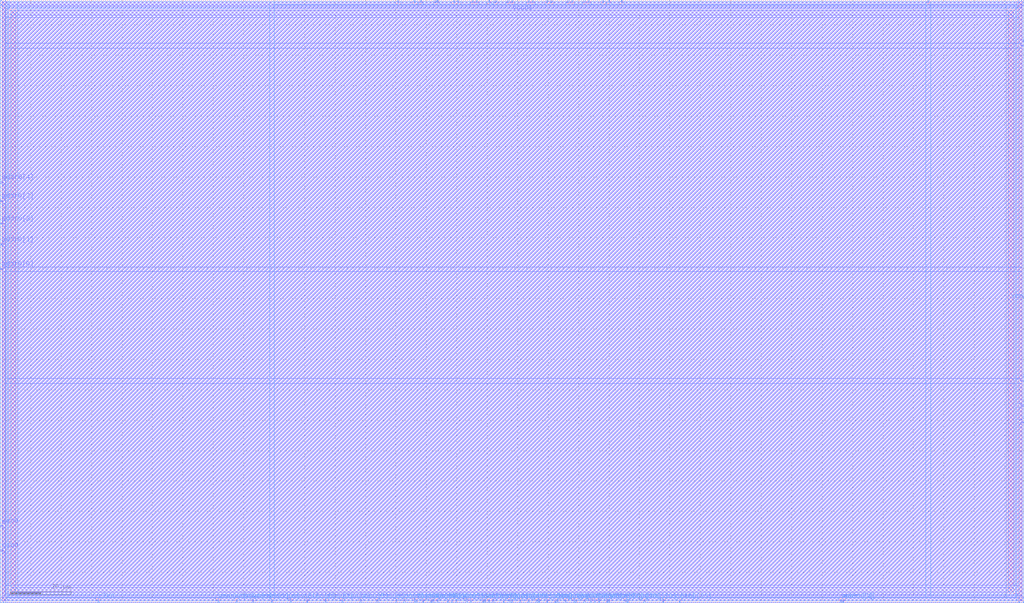
<source format=lef>
VERSION 5.4 ;
NAMESCASESENSITIVE ON ;
BUSBITCHARS "[]" ;
DIVIDERCHAR "/" ;
UNITS
  DATABASE MICRONS 2000 ;
END UNITS
MACRO sky130_sram_0kbytes_1rw1r_24x32_8
   CLASS BLOCK ;
   SIZE 336.3 BY 198.26 ;
   SYMMETRY X Y R90 ;
   PIN din0[0]
      DIRECTION INPUT ;
      PORT
         LAYER met4 ;
         RECT  89.08 0.0 89.46 1.06 ;
      END
   END din0[0]
   PIN din0[1]
      DIRECTION INPUT ;
      PORT
         LAYER met4 ;
         RECT  95.2 0.0 95.58 1.06 ;
      END
   END din0[1]
   PIN din0[2]
      DIRECTION INPUT ;
      PORT
         LAYER met4 ;
         RECT  100.64 0.0 101.02 1.06 ;
      END
   END din0[2]
   PIN din0[3]
      DIRECTION INPUT ;
      PORT
         LAYER met4 ;
         RECT  106.76 0.0 107.14 1.06 ;
      END
   END din0[3]
   PIN din0[4]
      DIRECTION INPUT ;
      PORT
         LAYER met4 ;
         RECT  112.2 0.0 112.58 1.06 ;
      END
   END din0[4]
   PIN din0[5]
      DIRECTION INPUT ;
      PORT
         LAYER met4 ;
         RECT  118.32 0.0 118.7 1.06 ;
      END
   END din0[5]
   PIN din0[6]
      DIRECTION INPUT ;
      PORT
         LAYER met4 ;
         RECT  123.76 0.0 124.14 1.06 ;
      END
   END din0[6]
   PIN din0[7]
      DIRECTION INPUT ;
      PORT
         LAYER met4 ;
         RECT  129.88 0.0 130.26 1.06 ;
      END
   END din0[7]
   PIN din0[8]
      DIRECTION INPUT ;
      PORT
         LAYER met4 ;
         RECT  136.0 0.0 136.38 1.06 ;
      END
   END din0[8]
   PIN din0[9]
      DIRECTION INPUT ;
      PORT
         LAYER met4 ;
         RECT  141.44 0.0 141.82 1.06 ;
      END
   END din0[9]
   PIN din0[10]
      DIRECTION INPUT ;
      PORT
         LAYER met4 ;
         RECT  146.88 0.0 147.26 1.06 ;
      END
   END din0[10]
   PIN din0[11]
      DIRECTION INPUT ;
      PORT
         LAYER met4 ;
         RECT  153.0 0.0 153.38 1.06 ;
      END
   END din0[11]
   PIN din0[12]
      DIRECTION INPUT ;
      PORT
         LAYER met4 ;
         RECT  159.12 0.0 159.5 1.06 ;
      END
   END din0[12]
   PIN din0[13]
      DIRECTION INPUT ;
      PORT
         LAYER met4 ;
         RECT  165.24 0.0 165.62 1.06 ;
      END
   END din0[13]
   PIN din0[14]
      DIRECTION INPUT ;
      PORT
         LAYER met4 ;
         RECT  170.68 0.0 171.06 1.06 ;
      END
   END din0[14]
   PIN din0[15]
      DIRECTION INPUT ;
      PORT
         LAYER met4 ;
         RECT  176.8 0.0 177.18 1.06 ;
      END
   END din0[15]
   PIN din0[16]
      DIRECTION INPUT ;
      PORT
         LAYER met4 ;
         RECT  182.24 0.0 182.62 1.06 ;
      END
   END din0[16]
   PIN din0[17]
      DIRECTION INPUT ;
      PORT
         LAYER met4 ;
         RECT  188.36 0.0 188.74 1.06 ;
      END
   END din0[17]
   PIN din0[18]
      DIRECTION INPUT ;
      PORT
         LAYER met4 ;
         RECT  193.8 0.0 194.18 1.06 ;
      END
   END din0[18]
   PIN din0[19]
      DIRECTION INPUT ;
      PORT
         LAYER met4 ;
         RECT  199.92 0.0 200.3 1.06 ;
      END
   END din0[19]
   PIN din0[20]
      DIRECTION INPUT ;
      PORT
         LAYER met4 ;
         RECT  206.04 0.0 206.42 1.06 ;
      END
   END din0[20]
   PIN din0[21]
      DIRECTION INPUT ;
      PORT
         LAYER met4 ;
         RECT  211.48 0.0 211.86 1.06 ;
      END
   END din0[21]
   PIN din0[22]
      DIRECTION INPUT ;
      PORT
         LAYER met4 ;
         RECT  217.6 0.0 217.98 1.06 ;
      END
   END din0[22]
   PIN din0[23]
      DIRECTION INPUT ;
      PORT
         LAYER met4 ;
         RECT  223.04 0.0 223.42 1.06 ;
      END
   END din0[23]
   PIN addr0[0]
      DIRECTION INPUT ;
      PORT
         LAYER met3 ;
         RECT  0.0 109.48 1.06 109.86 ;
      END
   END addr0[0]
   PIN addr0[1]
      DIRECTION INPUT ;
      PORT
         LAYER met3 ;
         RECT  0.0 117.64 1.06 118.02 ;
      END
   END addr0[1]
   PIN addr0[2]
      DIRECTION INPUT ;
      PORT
         LAYER met3 ;
         RECT  0.0 124.44 1.06 124.82 ;
      END
   END addr0[2]
   PIN addr0[3]
      DIRECTION INPUT ;
      PORT
         LAYER met3 ;
         RECT  0.0 131.92 1.06 132.3 ;
      END
   END addr0[3]
   PIN addr0[4]
      DIRECTION INPUT ;
      PORT
         LAYER met3 ;
         RECT  0.0 138.04 1.06 138.42 ;
      END
   END addr0[4]
   PIN addr1[0]
      DIRECTION INPUT ;
      PORT
         LAYER met3 ;
         RECT  335.24 72.76 336.3 73.14 ;
      END
   END addr1[0]
   PIN addr1[1]
      DIRECTION INPUT ;
      PORT
         LAYER met3 ;
         RECT  335.24 64.6 336.3 64.98 ;
      END
   END addr1[1]
   PIN addr1[2]
      DIRECTION INPUT ;
      PORT
         LAYER met3 ;
         RECT  335.24 59.16 336.3 59.54 ;
      END
   END addr1[2]
   PIN addr1[3]
      DIRECTION INPUT ;
      PORT
         LAYER met4 ;
         RECT  276.08 0.0 276.46 1.06 ;
      END
   END addr1[3]
   PIN addr1[4]
      DIRECTION INPUT ;
      PORT
         LAYER met4 ;
         RECT  276.76 0.0 277.14 1.06 ;
      END
   END addr1[4]
   PIN csb0
      DIRECTION INPUT ;
      PORT
         LAYER met3 ;
         RECT  0.0 17.0 1.06 17.38 ;
      END
   END csb0
   PIN csb1
      DIRECTION INPUT ;
      PORT
         LAYER met3 ;
         RECT  335.24 182.92 336.3 183.3 ;
      END
   END csb1
   PIN web0
      DIRECTION INPUT ;
      PORT
         LAYER met3 ;
         RECT  0.0 25.16 1.06 25.54 ;
      END
   END web0
   PIN clk0
      DIRECTION INPUT ;
      PORT
         LAYER met4 ;
         RECT  31.96 0.0 32.34 1.06 ;
      END
   END clk0
   PIN clk1
      DIRECTION INPUT ;
      PORT
         LAYER met4 ;
         RECT  304.64 197.2 305.02 198.26 ;
      END
   END clk1
   PIN wmask0[0]
      DIRECTION INPUT ;
      PORT
         LAYER met4 ;
         RECT  71.4 0.0 71.78 1.06 ;
      END
   END wmask0[0]
   PIN wmask0[1]
      DIRECTION INPUT ;
      PORT
         LAYER met4 ;
         RECT  77.52 0.0 77.9 1.06 ;
      END
   END wmask0[1]
   PIN wmask0[2]
      DIRECTION INPUT ;
      PORT
         LAYER met4 ;
         RECT  82.96 0.0 83.34 1.06 ;
      END
   END wmask0[2]
   PIN dout0[0]
      DIRECTION OUTPUT ;
      PORT
         LAYER met4 ;
         RECT  132.6 0.0 132.98 1.06 ;
      END
   END dout0[0]
   PIN dout0[1]
      DIRECTION OUTPUT ;
      PORT
         LAYER met4 ;
         RECT  136.68 0.0 137.06 1.06 ;
      END
   END dout0[1]
   PIN dout0[2]
      DIRECTION OUTPUT ;
      PORT
         LAYER met4 ;
         RECT  138.72 0.0 139.1 1.06 ;
      END
   END dout0[2]
   PIN dout0[3]
      DIRECTION OUTPUT ;
      PORT
         LAYER met4 ;
         RECT  142.12 0.0 142.5 1.06 ;
      END
   END dout0[3]
   PIN dout0[4]
      DIRECTION OUTPUT ;
      PORT
         LAYER met4 ;
         RECT  143.48 0.0 143.86 1.06 ;
      END
   END dout0[4]
   PIN dout0[5]
      DIRECTION OUTPUT ;
      PORT
         LAYER met4 ;
         RECT  148.24 0.0 148.62 1.06 ;
      END
   END dout0[5]
   PIN dout0[6]
      DIRECTION OUTPUT ;
      PORT
         LAYER met4 ;
         RECT  149.6 0.0 149.98 1.06 ;
      END
   END dout0[6]
   PIN dout0[7]
      DIRECTION OUTPUT ;
      PORT
         LAYER met4 ;
         RECT  154.36 0.0 154.74 1.06 ;
      END
   END dout0[7]
   PIN dout0[8]
      DIRECTION OUTPUT ;
      PORT
         LAYER met4 ;
         RECT  158.44 0.0 158.82 1.06 ;
      END
   END dout0[8]
   PIN dout0[9]
      DIRECTION OUTPUT ;
      PORT
         LAYER met4 ;
         RECT  160.48 0.0 160.86 1.06 ;
      END
   END dout0[9]
   PIN dout0[10]
      DIRECTION OUTPUT ;
      PORT
         LAYER met4 ;
         RECT  161.84 0.0 162.22 1.06 ;
      END
   END dout0[10]
   PIN dout0[11]
      DIRECTION OUTPUT ;
      PORT
         LAYER met4 ;
         RECT  167.28 0.0 167.66 1.06 ;
      END
   END dout0[11]
   PIN dout0[12]
      DIRECTION OUTPUT ;
      PORT
         LAYER met4 ;
         RECT  167.96 0.0 168.34 1.06 ;
      END
   END dout0[12]
   PIN dout0[13]
      DIRECTION OUTPUT ;
      PORT
         LAYER met4 ;
         RECT  173.4 0.0 173.78 1.06 ;
      END
   END dout0[13]
   PIN dout0[14]
      DIRECTION OUTPUT ;
      PORT
         LAYER met4 ;
         RECT  176.12 0.0 176.5 1.06 ;
      END
   END dout0[14]
   PIN dout0[15]
      DIRECTION OUTPUT ;
      PORT
         LAYER met4 ;
         RECT  179.52 0.0 179.9 1.06 ;
      END
   END dout0[15]
   PIN dout0[16]
      DIRECTION OUTPUT ;
      PORT
         LAYER met4 ;
         RECT  182.92 0.0 183.3 1.06 ;
      END
   END dout0[16]
   PIN dout0[17]
      DIRECTION OUTPUT ;
      PORT
         LAYER met4 ;
         RECT  185.64 0.0 186.02 1.06 ;
      END
   END dout0[17]
   PIN dout0[18]
      DIRECTION OUTPUT ;
      PORT
         LAYER met4 ;
         RECT  189.04 0.0 189.42 1.06 ;
      END
   END dout0[18]
   PIN dout0[19]
      DIRECTION OUTPUT ;
      PORT
         LAYER met4 ;
         RECT  191.76 0.0 192.14 1.06 ;
      END
   END dout0[19]
   PIN dout0[20]
      DIRECTION OUTPUT ;
      PORT
         LAYER met4 ;
         RECT  195.16 0.0 195.54 1.06 ;
      END
   END dout0[20]
   PIN dout0[21]
      DIRECTION OUTPUT ;
      PORT
         LAYER met4 ;
         RECT  196.52 0.0 196.9 1.06 ;
      END
   END dout0[21]
   PIN dout0[22]
      DIRECTION OUTPUT ;
      PORT
         LAYER met4 ;
         RECT  199.24 0.0 199.62 1.06 ;
      END
   END dout0[22]
   PIN dout0[23]
      DIRECTION OUTPUT ;
      PORT
         LAYER met4 ;
         RECT  205.36 0.0 205.74 1.06 ;
      END
   END dout0[23]
   PIN dout1[0]
      DIRECTION OUTPUT ;
      PORT
         LAYER met4 ;
         RECT  130.56 197.2 130.94 198.26 ;
      END
   END dout1[0]
   PIN dout1[1]
      DIRECTION OUTPUT ;
      PORT
         LAYER met4 ;
         RECT  136.0 197.2 136.38 198.26 ;
      END
   END dout1[1]
   PIN dout1[2]
      DIRECTION OUTPUT ;
      PORT
         LAYER met4 ;
         RECT  138.04 197.2 138.42 198.26 ;
      END
   END dout1[2]
   PIN dout1[3]
      DIRECTION OUTPUT ;
      PORT
         LAYER met4 ;
         RECT  142.8 197.2 143.18 198.26 ;
      END
   END dout1[3]
   PIN dout1[4]
      DIRECTION OUTPUT ;
      PORT
         LAYER met4 ;
         RECT  143.48 197.2 143.86 198.26 ;
      END
   END dout1[4]
   PIN dout1[5]
      DIRECTION OUTPUT ;
      PORT
         LAYER met4 ;
         RECT  148.92 197.2 149.3 198.26 ;
      END
   END dout1[5]
   PIN dout1[6]
      DIRECTION OUTPUT ;
      PORT
         LAYER met4 ;
         RECT  150.28 197.2 150.66 198.26 ;
      END
   END dout1[6]
   PIN dout1[7]
      DIRECTION OUTPUT ;
      PORT
         LAYER met4 ;
         RECT  155.04 197.2 155.42 198.26 ;
      END
   END dout1[7]
   PIN dout1[8]
      DIRECTION OUTPUT ;
      PORT
         LAYER met4 ;
         RECT  156.4 197.2 156.78 198.26 ;
      END
   END dout1[8]
   PIN dout1[9]
      DIRECTION OUTPUT ;
      PORT
         LAYER met4 ;
         RECT  160.48 197.2 160.86 198.26 ;
      END
   END dout1[9]
   PIN dout1[10]
      DIRECTION OUTPUT ;
      PORT
         LAYER met4 ;
         RECT  162.52 197.2 162.9 198.26 ;
      END
   END dout1[10]
   PIN dout1[11]
      DIRECTION OUTPUT ;
      PORT
         LAYER met4 ;
         RECT  166.6 197.2 166.98 198.26 ;
      END
   END dout1[11]
   PIN dout1[12]
      DIRECTION OUTPUT ;
      PORT
         LAYER met4 ;
         RECT  167.96 197.2 168.34 198.26 ;
      END
   END dout1[12]
   PIN dout1[13]
      DIRECTION OUTPUT ;
      PORT
         LAYER met4 ;
         RECT  173.4 197.2 173.78 198.26 ;
      END
   END dout1[13]
   PIN dout1[14]
      DIRECTION OUTPUT ;
      PORT
         LAYER met4 ;
         RECT  174.76 197.2 175.14 198.26 ;
      END
   END dout1[14]
   PIN dout1[15]
      DIRECTION OUTPUT ;
      PORT
         LAYER met4 ;
         RECT  179.52 197.2 179.9 198.26 ;
      END
   END dout1[15]
   PIN dout1[16]
      DIRECTION OUTPUT ;
      PORT
         LAYER met4 ;
         RECT  180.88 197.2 181.26 198.26 ;
      END
   END dout1[16]
   PIN dout1[17]
      DIRECTION OUTPUT ;
      PORT
         LAYER met4 ;
         RECT  186.32 197.2 186.7 198.26 ;
      END
   END dout1[17]
   PIN dout1[18]
      DIRECTION OUTPUT ;
      PORT
         LAYER met4 ;
         RECT  187.68 197.2 188.06 198.26 ;
      END
   END dout1[18]
   PIN dout1[19]
      DIRECTION OUTPUT ;
      PORT
         LAYER met4 ;
         RECT  191.76 197.2 192.14 198.26 ;
      END
   END dout1[19]
   PIN dout1[20]
      DIRECTION OUTPUT ;
      PORT
         LAYER met4 ;
         RECT  193.12 197.2 193.5 198.26 ;
      END
   END dout1[20]
   PIN dout1[21]
      DIRECTION OUTPUT ;
      PORT
         LAYER met4 ;
         RECT  197.88 197.2 198.26 198.26 ;
      END
   END dout1[21]
   PIN dout1[22]
      DIRECTION OUTPUT ;
      PORT
         LAYER met4 ;
         RECT  199.92 197.2 200.3 198.26 ;
      END
   END dout1[22]
   PIN dout1[23]
      DIRECTION OUTPUT ;
      PORT
         LAYER met4 ;
         RECT  204.0 197.2 204.38 198.26 ;
      END
   END dout1[23]
   PIN vccd1
      DIRECTION INOUT ;
      USE POWER ; 
      SHAPE ABUTMENT ; 
      PORT
         LAYER met4 ;
         RECT  3.4 3.4 5.14 194.86 ;
         LAYER met3 ;
         RECT  3.4 3.4 332.9 5.14 ;
         LAYER met4 ;
         RECT  331.16 3.4 332.9 194.86 ;
         LAYER met3 ;
         RECT  3.4 193.12 332.9 194.86 ;
      END
   END vccd1
   PIN vssd1
      DIRECTION INOUT ;
      USE GROUND ; 
      SHAPE ABUTMENT ; 
      PORT
         LAYER met3 ;
         RECT  0.0 0.0 336.3 1.74 ;
         LAYER met4 ;
         RECT  0.0 0.0 1.74 198.26 ;
         LAYER met4 ;
         RECT  334.56 0.0 336.3 198.26 ;
         LAYER met3 ;
         RECT  0.0 196.52 336.3 198.26 ;
      END
   END vssd1
   OBS
   LAYER  met1 ;
      RECT  0.62 0.62 335.68 197.64 ;
   LAYER  met2 ;
      RECT  0.62 0.62 335.68 197.64 ;
   LAYER  met3 ;
      RECT  1.66 108.88 335.68 110.46 ;
      RECT  0.62 110.46 1.66 117.04 ;
      RECT  0.62 118.62 1.66 123.84 ;
      RECT  0.62 125.42 1.66 131.32 ;
      RECT  0.62 132.9 1.66 137.44 ;
      RECT  1.66 72.16 334.64 73.74 ;
      RECT  1.66 73.74 334.64 108.88 ;
      RECT  334.64 73.74 335.68 108.88 ;
      RECT  334.64 65.58 335.68 72.16 ;
      RECT  334.64 60.14 335.68 64.0 ;
      RECT  1.66 110.46 334.64 182.32 ;
      RECT  1.66 182.32 334.64 183.9 ;
      RECT  334.64 110.46 335.68 182.32 ;
      RECT  0.62 17.98 1.66 24.56 ;
      RECT  0.62 26.14 1.66 108.88 ;
      RECT  1.66 2.8 2.8 5.74 ;
      RECT  1.66 5.74 2.8 72.16 ;
      RECT  2.8 5.74 333.5 72.16 ;
      RECT  333.5 2.8 334.64 5.74 ;
      RECT  333.5 5.74 334.64 72.16 ;
      RECT  1.66 183.9 2.8 192.52 ;
      RECT  1.66 192.52 2.8 195.46 ;
      RECT  2.8 183.9 333.5 192.52 ;
      RECT  333.5 183.9 334.64 192.52 ;
      RECT  333.5 192.52 334.64 195.46 ;
      RECT  334.64 2.34 335.68 58.56 ;
      RECT  0.62 2.34 1.66 16.4 ;
      RECT  1.66 2.34 2.8 2.8 ;
      RECT  2.8 2.34 333.5 2.8 ;
      RECT  333.5 2.34 334.64 2.8 ;
      RECT  0.62 139.02 1.66 195.92 ;
      RECT  334.64 183.9 335.68 195.92 ;
      RECT  1.66 195.46 2.8 195.92 ;
      RECT  2.8 195.46 333.5 195.92 ;
      RECT  333.5 195.46 334.64 195.92 ;
   LAYER  met4 ;
      RECT  88.48 1.66 90.06 197.64 ;
      RECT  90.06 0.62 94.6 1.66 ;
      RECT  96.18 0.62 100.04 1.66 ;
      RECT  101.62 0.62 106.16 1.66 ;
      RECT  107.74 0.62 111.6 1.66 ;
      RECT  113.18 0.62 117.72 1.66 ;
      RECT  119.3 0.62 123.16 1.66 ;
      RECT  124.74 0.62 129.28 1.66 ;
      RECT  207.02 0.62 210.88 1.66 ;
      RECT  212.46 0.62 217.0 1.66 ;
      RECT  218.58 0.62 222.44 1.66 ;
      RECT  224.02 0.62 275.48 1.66 ;
      RECT  90.06 1.66 304.04 196.6 ;
      RECT  304.04 1.66 305.62 196.6 ;
      RECT  32.94 0.62 70.8 1.66 ;
      RECT  72.38 0.62 76.92 1.66 ;
      RECT  78.5 0.62 82.36 1.66 ;
      RECT  83.94 0.62 88.48 1.66 ;
      RECT  130.86 0.62 132.0 1.66 ;
      RECT  133.58 0.62 135.4 1.66 ;
      RECT  137.66 0.62 138.12 1.66 ;
      RECT  139.7 0.62 140.84 1.66 ;
      RECT  144.46 0.62 146.28 1.66 ;
      RECT  150.58 0.62 152.4 1.66 ;
      RECT  155.34 0.62 157.84 1.66 ;
      RECT  162.82 0.62 164.64 1.66 ;
      RECT  166.22 0.62 166.68 1.66 ;
      RECT  168.94 0.62 170.08 1.66 ;
      RECT  171.66 0.62 172.8 1.66 ;
      RECT  174.38 0.62 175.52 1.66 ;
      RECT  177.78 0.62 178.92 1.66 ;
      RECT  180.5 0.62 181.64 1.66 ;
      RECT  183.9 0.62 185.04 1.66 ;
      RECT  186.62 0.62 187.76 1.66 ;
      RECT  190.02 0.62 191.16 1.66 ;
      RECT  192.74 0.62 193.2 1.66 ;
      RECT  197.5 0.62 198.64 1.66 ;
      RECT  200.9 0.62 204.76 1.66 ;
      RECT  90.06 196.6 129.96 197.64 ;
      RECT  131.54 196.6 135.4 197.64 ;
      RECT  136.98 196.6 137.44 197.64 ;
      RECT  139.02 196.6 142.2 197.64 ;
      RECT  144.46 196.6 148.32 197.64 ;
      RECT  151.26 196.6 154.44 197.64 ;
      RECT  157.38 196.6 159.88 197.64 ;
      RECT  161.46 196.6 161.92 197.64 ;
      RECT  163.5 196.6 166.0 197.64 ;
      RECT  168.94 196.6 172.8 197.64 ;
      RECT  175.74 196.6 178.92 197.64 ;
      RECT  181.86 196.6 185.72 197.64 ;
      RECT  188.66 196.6 191.16 197.64 ;
      RECT  194.1 196.6 197.28 197.64 ;
      RECT  198.86 196.6 199.32 197.64 ;
      RECT  200.9 196.6 203.4 197.64 ;
      RECT  204.98 196.6 304.04 197.64 ;
      RECT  2.8 1.66 5.74 2.8 ;
      RECT  2.8 195.46 5.74 197.64 ;
      RECT  5.74 1.66 88.48 2.8 ;
      RECT  5.74 2.8 88.48 195.46 ;
      RECT  5.74 195.46 88.48 197.64 ;
      RECT  305.62 1.66 330.56 2.8 ;
      RECT  305.62 2.8 330.56 195.46 ;
      RECT  305.62 195.46 330.56 196.6 ;
      RECT  330.56 1.66 333.5 2.8 ;
      RECT  330.56 195.46 333.5 196.6 ;
      RECT  2.34 0.62 31.36 1.66 ;
      RECT  2.34 1.66 2.8 2.8 ;
      RECT  2.34 2.8 2.8 195.46 ;
      RECT  2.34 195.46 2.8 197.64 ;
      RECT  277.74 0.62 333.96 1.66 ;
      RECT  305.62 196.6 333.96 197.64 ;
      RECT  333.5 1.66 333.96 2.8 ;
      RECT  333.5 2.8 333.96 195.46 ;
      RECT  333.5 195.46 333.96 196.6 ;
   END
END    sky130_sram_0kbytes_1rw1r_24x32_8
END    LIBRARY

</source>
